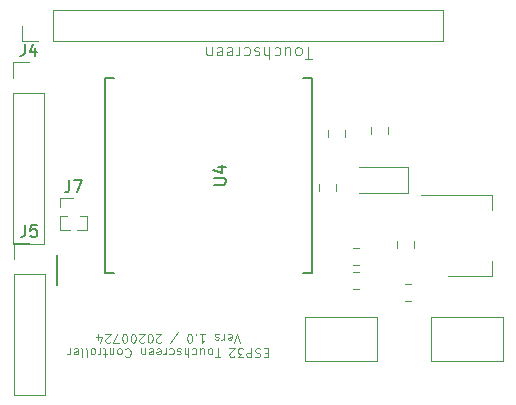
<source format=gbr>
%TF.GenerationSoftware,KiCad,Pcbnew,(5.1.6)-1*%
%TF.CreationDate,2020-08-27T20:14:33+02:00*%
%TF.ProjectId,ESP32_TFT_Board,45535033-325f-4544-9654-5f426f617264,rev?*%
%TF.SameCoordinates,Original*%
%TF.FileFunction,Legend,Top*%
%TF.FilePolarity,Positive*%
%FSLAX46Y46*%
G04 Gerber Fmt 4.6, Leading zero omitted, Abs format (unit mm)*
G04 Created by KiCad (PCBNEW (5.1.6)-1) date 2020-08-27 20:14:33*
%MOMM*%
%LPD*%
G01*
G04 APERTURE LIST*
%ADD10C,0.100000*%
%ADD11C,0.120000*%
%ADD12C,0.150000*%
%ADD13C,0.127000*%
G04 APERTURE END LIST*
D10*
X113616809Y-62650619D02*
X113045380Y-62650619D01*
X113331095Y-61650619D02*
X113331095Y-62650619D01*
X112569190Y-61650619D02*
X112664428Y-61698238D01*
X112712047Y-61745857D01*
X112759666Y-61841095D01*
X112759666Y-62126809D01*
X112712047Y-62222047D01*
X112664428Y-62269666D01*
X112569190Y-62317285D01*
X112426333Y-62317285D01*
X112331095Y-62269666D01*
X112283476Y-62222047D01*
X112235857Y-62126809D01*
X112235857Y-61841095D01*
X112283476Y-61745857D01*
X112331095Y-61698238D01*
X112426333Y-61650619D01*
X112569190Y-61650619D01*
X111378714Y-62317285D02*
X111378714Y-61650619D01*
X111807285Y-62317285D02*
X111807285Y-61793476D01*
X111759666Y-61698238D01*
X111664428Y-61650619D01*
X111521571Y-61650619D01*
X111426333Y-61698238D01*
X111378714Y-61745857D01*
X110473952Y-61698238D02*
X110569190Y-61650619D01*
X110759666Y-61650619D01*
X110854904Y-61698238D01*
X110902523Y-61745857D01*
X110950142Y-61841095D01*
X110950142Y-62126809D01*
X110902523Y-62222047D01*
X110854904Y-62269666D01*
X110759666Y-62317285D01*
X110569190Y-62317285D01*
X110473952Y-62269666D01*
X110045380Y-61650619D02*
X110045380Y-62650619D01*
X109616809Y-61650619D02*
X109616809Y-62174428D01*
X109664428Y-62269666D01*
X109759666Y-62317285D01*
X109902523Y-62317285D01*
X109997761Y-62269666D01*
X110045380Y-62222047D01*
X109188238Y-61698238D02*
X109093000Y-61650619D01*
X108902523Y-61650619D01*
X108807285Y-61698238D01*
X108759666Y-61793476D01*
X108759666Y-61841095D01*
X108807285Y-61936333D01*
X108902523Y-61983952D01*
X109045380Y-61983952D01*
X109140619Y-62031571D01*
X109188238Y-62126809D01*
X109188238Y-62174428D01*
X109140619Y-62269666D01*
X109045380Y-62317285D01*
X108902523Y-62317285D01*
X108807285Y-62269666D01*
X107902523Y-61698238D02*
X107997761Y-61650619D01*
X108188238Y-61650619D01*
X108283476Y-61698238D01*
X108331095Y-61745857D01*
X108378714Y-61841095D01*
X108378714Y-62126809D01*
X108331095Y-62222047D01*
X108283476Y-62269666D01*
X108188238Y-62317285D01*
X107997761Y-62317285D01*
X107902523Y-62269666D01*
X107473952Y-61650619D02*
X107473952Y-62317285D01*
X107473952Y-62126809D02*
X107426333Y-62222047D01*
X107378714Y-62269666D01*
X107283476Y-62317285D01*
X107188238Y-62317285D01*
X106473952Y-61698238D02*
X106569190Y-61650619D01*
X106759666Y-61650619D01*
X106854904Y-61698238D01*
X106902523Y-61793476D01*
X106902523Y-62174428D01*
X106854904Y-62269666D01*
X106759666Y-62317285D01*
X106569190Y-62317285D01*
X106473952Y-62269666D01*
X106426333Y-62174428D01*
X106426333Y-62079190D01*
X106902523Y-61983952D01*
X105616809Y-61698238D02*
X105712047Y-61650619D01*
X105902523Y-61650619D01*
X105997761Y-61698238D01*
X106045380Y-61793476D01*
X106045380Y-62174428D01*
X105997761Y-62269666D01*
X105902523Y-62317285D01*
X105712047Y-62317285D01*
X105616809Y-62269666D01*
X105569190Y-62174428D01*
X105569190Y-62079190D01*
X106045380Y-61983952D01*
X105140619Y-62317285D02*
X105140619Y-61650619D01*
X105140619Y-62222047D02*
X105093000Y-62269666D01*
X104997761Y-62317285D01*
X104854904Y-62317285D01*
X104759666Y-62269666D01*
X104712047Y-62174428D01*
X104712047Y-61650619D01*
X109901571Y-87534071D02*
X109651571Y-87534071D01*
X109544428Y-87141214D02*
X109901571Y-87141214D01*
X109901571Y-87891214D01*
X109544428Y-87891214D01*
X109258714Y-87176928D02*
X109151571Y-87141214D01*
X108973000Y-87141214D01*
X108901571Y-87176928D01*
X108865857Y-87212642D01*
X108830142Y-87284071D01*
X108830142Y-87355500D01*
X108865857Y-87426928D01*
X108901571Y-87462642D01*
X108973000Y-87498357D01*
X109115857Y-87534071D01*
X109187285Y-87569785D01*
X109223000Y-87605500D01*
X109258714Y-87676928D01*
X109258714Y-87748357D01*
X109223000Y-87819785D01*
X109187285Y-87855500D01*
X109115857Y-87891214D01*
X108937285Y-87891214D01*
X108830142Y-87855500D01*
X108508714Y-87141214D02*
X108508714Y-87891214D01*
X108223000Y-87891214D01*
X108151571Y-87855500D01*
X108115857Y-87819785D01*
X108080142Y-87748357D01*
X108080142Y-87641214D01*
X108115857Y-87569785D01*
X108151571Y-87534071D01*
X108223000Y-87498357D01*
X108508714Y-87498357D01*
X107830142Y-87891214D02*
X107365857Y-87891214D01*
X107615857Y-87605500D01*
X107508714Y-87605500D01*
X107437285Y-87569785D01*
X107401571Y-87534071D01*
X107365857Y-87462642D01*
X107365857Y-87284071D01*
X107401571Y-87212642D01*
X107437285Y-87176928D01*
X107508714Y-87141214D01*
X107723000Y-87141214D01*
X107794428Y-87176928D01*
X107830142Y-87212642D01*
X107080142Y-87819785D02*
X107044428Y-87855500D01*
X106973000Y-87891214D01*
X106794428Y-87891214D01*
X106723000Y-87855500D01*
X106687285Y-87819785D01*
X106651571Y-87748357D01*
X106651571Y-87676928D01*
X106687285Y-87569785D01*
X107115857Y-87141214D01*
X106651571Y-87141214D01*
X105865857Y-87891214D02*
X105437285Y-87891214D01*
X105651571Y-87141214D02*
X105651571Y-87891214D01*
X105080142Y-87141214D02*
X105151571Y-87176928D01*
X105187285Y-87212642D01*
X105223000Y-87284071D01*
X105223000Y-87498357D01*
X105187285Y-87569785D01*
X105151571Y-87605500D01*
X105080142Y-87641214D01*
X104973000Y-87641214D01*
X104901571Y-87605500D01*
X104865857Y-87569785D01*
X104830142Y-87498357D01*
X104830142Y-87284071D01*
X104865857Y-87212642D01*
X104901571Y-87176928D01*
X104973000Y-87141214D01*
X105080142Y-87141214D01*
X104187285Y-87641214D02*
X104187285Y-87141214D01*
X104508714Y-87641214D02*
X104508714Y-87248357D01*
X104473000Y-87176928D01*
X104401571Y-87141214D01*
X104294428Y-87141214D01*
X104223000Y-87176928D01*
X104187285Y-87212642D01*
X103508714Y-87176928D02*
X103580142Y-87141214D01*
X103723000Y-87141214D01*
X103794428Y-87176928D01*
X103830142Y-87212642D01*
X103865857Y-87284071D01*
X103865857Y-87498357D01*
X103830142Y-87569785D01*
X103794428Y-87605500D01*
X103723000Y-87641214D01*
X103580142Y-87641214D01*
X103508714Y-87605500D01*
X103187285Y-87141214D02*
X103187285Y-87891214D01*
X102865857Y-87141214D02*
X102865857Y-87534071D01*
X102901571Y-87605500D01*
X102973000Y-87641214D01*
X103080142Y-87641214D01*
X103151571Y-87605500D01*
X103187285Y-87569785D01*
X102544428Y-87176928D02*
X102473000Y-87141214D01*
X102330142Y-87141214D01*
X102258714Y-87176928D01*
X102223000Y-87248357D01*
X102223000Y-87284071D01*
X102258714Y-87355500D01*
X102330142Y-87391214D01*
X102437285Y-87391214D01*
X102508714Y-87426928D01*
X102544428Y-87498357D01*
X102544428Y-87534071D01*
X102508714Y-87605500D01*
X102437285Y-87641214D01*
X102330142Y-87641214D01*
X102258714Y-87605500D01*
X101580142Y-87176928D02*
X101651571Y-87141214D01*
X101794428Y-87141214D01*
X101865857Y-87176928D01*
X101901571Y-87212642D01*
X101937285Y-87284071D01*
X101937285Y-87498357D01*
X101901571Y-87569785D01*
X101865857Y-87605500D01*
X101794428Y-87641214D01*
X101651571Y-87641214D01*
X101580142Y-87605500D01*
X101258714Y-87141214D02*
X101258714Y-87641214D01*
X101258714Y-87498357D02*
X101223000Y-87569785D01*
X101187285Y-87605500D01*
X101115857Y-87641214D01*
X101044428Y-87641214D01*
X100508714Y-87176928D02*
X100580142Y-87141214D01*
X100723000Y-87141214D01*
X100794428Y-87176928D01*
X100830142Y-87248357D01*
X100830142Y-87534071D01*
X100794428Y-87605500D01*
X100723000Y-87641214D01*
X100580142Y-87641214D01*
X100508714Y-87605500D01*
X100473000Y-87534071D01*
X100473000Y-87462642D01*
X100830142Y-87391214D01*
X99865857Y-87176928D02*
X99937285Y-87141214D01*
X100080142Y-87141214D01*
X100151571Y-87176928D01*
X100187285Y-87248357D01*
X100187285Y-87534071D01*
X100151571Y-87605500D01*
X100080142Y-87641214D01*
X99937285Y-87641214D01*
X99865857Y-87605500D01*
X99830142Y-87534071D01*
X99830142Y-87462642D01*
X100187285Y-87391214D01*
X99508714Y-87641214D02*
X99508714Y-87141214D01*
X99508714Y-87569785D02*
X99473000Y-87605500D01*
X99401571Y-87641214D01*
X99294428Y-87641214D01*
X99223000Y-87605500D01*
X99187285Y-87534071D01*
X99187285Y-87141214D01*
X97830142Y-87212642D02*
X97865857Y-87176928D01*
X97973000Y-87141214D01*
X98044428Y-87141214D01*
X98151571Y-87176928D01*
X98223000Y-87248357D01*
X98258714Y-87319785D01*
X98294428Y-87462642D01*
X98294428Y-87569785D01*
X98258714Y-87712642D01*
X98223000Y-87784071D01*
X98151571Y-87855500D01*
X98044428Y-87891214D01*
X97973000Y-87891214D01*
X97865857Y-87855500D01*
X97830142Y-87819785D01*
X97401571Y-87141214D02*
X97473000Y-87176928D01*
X97508714Y-87212642D01*
X97544428Y-87284071D01*
X97544428Y-87498357D01*
X97508714Y-87569785D01*
X97473000Y-87605500D01*
X97401571Y-87641214D01*
X97294428Y-87641214D01*
X97223000Y-87605500D01*
X97187285Y-87569785D01*
X97151571Y-87498357D01*
X97151571Y-87284071D01*
X97187285Y-87212642D01*
X97223000Y-87176928D01*
X97294428Y-87141214D01*
X97401571Y-87141214D01*
X96830142Y-87641214D02*
X96830142Y-87141214D01*
X96830142Y-87569785D02*
X96794428Y-87605500D01*
X96723000Y-87641214D01*
X96615857Y-87641214D01*
X96544428Y-87605500D01*
X96508714Y-87534071D01*
X96508714Y-87141214D01*
X96258714Y-87641214D02*
X95973000Y-87641214D01*
X96151571Y-87891214D02*
X96151571Y-87248357D01*
X96115857Y-87176928D01*
X96044428Y-87141214D01*
X95973000Y-87141214D01*
X95723000Y-87141214D02*
X95723000Y-87641214D01*
X95723000Y-87498357D02*
X95687285Y-87569785D01*
X95651571Y-87605500D01*
X95580142Y-87641214D01*
X95508714Y-87641214D01*
X95151571Y-87141214D02*
X95223000Y-87176928D01*
X95258714Y-87212642D01*
X95294428Y-87284071D01*
X95294428Y-87498357D01*
X95258714Y-87569785D01*
X95223000Y-87605500D01*
X95151571Y-87641214D01*
X95044428Y-87641214D01*
X94973000Y-87605500D01*
X94937285Y-87569785D01*
X94901571Y-87498357D01*
X94901571Y-87284071D01*
X94937285Y-87212642D01*
X94973000Y-87176928D01*
X95044428Y-87141214D01*
X95151571Y-87141214D01*
X94473000Y-87141214D02*
X94544428Y-87176928D01*
X94580142Y-87248357D01*
X94580142Y-87891214D01*
X94080142Y-87141214D02*
X94151571Y-87176928D01*
X94187285Y-87248357D01*
X94187285Y-87891214D01*
X93508714Y-87176928D02*
X93580142Y-87141214D01*
X93723000Y-87141214D01*
X93794428Y-87176928D01*
X93830142Y-87248357D01*
X93830142Y-87534071D01*
X93794428Y-87605500D01*
X93723000Y-87641214D01*
X93580142Y-87641214D01*
X93508714Y-87605500D01*
X93473000Y-87534071D01*
X93473000Y-87462642D01*
X93830142Y-87391214D01*
X93151571Y-87141214D02*
X93151571Y-87641214D01*
X93151571Y-87498357D02*
X93115857Y-87569785D01*
X93080142Y-87605500D01*
X93008714Y-87641214D01*
X92937285Y-87641214D01*
X107580142Y-86666214D02*
X107330142Y-85916214D01*
X107080142Y-86666214D01*
X106544428Y-85951928D02*
X106615857Y-85916214D01*
X106758714Y-85916214D01*
X106830142Y-85951928D01*
X106865857Y-86023357D01*
X106865857Y-86309071D01*
X106830142Y-86380500D01*
X106758714Y-86416214D01*
X106615857Y-86416214D01*
X106544428Y-86380500D01*
X106508714Y-86309071D01*
X106508714Y-86237642D01*
X106865857Y-86166214D01*
X106187285Y-85916214D02*
X106187285Y-86416214D01*
X106187285Y-86273357D02*
X106151571Y-86344785D01*
X106115857Y-86380500D01*
X106044428Y-86416214D01*
X105973000Y-86416214D01*
X105758714Y-85951928D02*
X105687285Y-85916214D01*
X105544428Y-85916214D01*
X105473000Y-85951928D01*
X105437285Y-86023357D01*
X105437285Y-86059071D01*
X105473000Y-86130500D01*
X105544428Y-86166214D01*
X105651571Y-86166214D01*
X105723000Y-86201928D01*
X105758714Y-86273357D01*
X105758714Y-86309071D01*
X105723000Y-86380500D01*
X105651571Y-86416214D01*
X105544428Y-86416214D01*
X105473000Y-86380500D01*
X104151571Y-85916214D02*
X104580142Y-85916214D01*
X104365857Y-85916214D02*
X104365857Y-86666214D01*
X104437285Y-86559071D01*
X104508714Y-86487642D01*
X104580142Y-86451928D01*
X103830142Y-85987642D02*
X103794428Y-85951928D01*
X103830142Y-85916214D01*
X103865857Y-85951928D01*
X103830142Y-85987642D01*
X103830142Y-85916214D01*
X103330142Y-86666214D02*
X103258714Y-86666214D01*
X103187285Y-86630500D01*
X103151571Y-86594785D01*
X103115857Y-86523357D01*
X103080142Y-86380500D01*
X103080142Y-86201928D01*
X103115857Y-86059071D01*
X103151571Y-85987642D01*
X103187285Y-85951928D01*
X103258714Y-85916214D01*
X103330142Y-85916214D01*
X103401571Y-85951928D01*
X103437285Y-85987642D01*
X103473000Y-86059071D01*
X103508714Y-86201928D01*
X103508714Y-86380500D01*
X103473000Y-86523357D01*
X103437285Y-86594785D01*
X103401571Y-86630500D01*
X103330142Y-86666214D01*
X101651571Y-86701928D02*
X102294428Y-85737642D01*
X100865857Y-86594785D02*
X100830142Y-86630500D01*
X100758714Y-86666214D01*
X100580142Y-86666214D01*
X100508714Y-86630500D01*
X100473000Y-86594785D01*
X100437285Y-86523357D01*
X100437285Y-86451928D01*
X100473000Y-86344785D01*
X100901571Y-85916214D01*
X100437285Y-85916214D01*
X99973000Y-86666214D02*
X99901571Y-86666214D01*
X99830142Y-86630500D01*
X99794428Y-86594785D01*
X99758714Y-86523357D01*
X99723000Y-86380500D01*
X99723000Y-86201928D01*
X99758714Y-86059071D01*
X99794428Y-85987642D01*
X99830142Y-85951928D01*
X99901571Y-85916214D01*
X99973000Y-85916214D01*
X100044428Y-85951928D01*
X100080142Y-85987642D01*
X100115857Y-86059071D01*
X100151571Y-86201928D01*
X100151571Y-86380500D01*
X100115857Y-86523357D01*
X100080142Y-86594785D01*
X100044428Y-86630500D01*
X99973000Y-86666214D01*
X99437285Y-86594785D02*
X99401571Y-86630500D01*
X99330142Y-86666214D01*
X99151571Y-86666214D01*
X99080142Y-86630500D01*
X99044428Y-86594785D01*
X99008714Y-86523357D01*
X99008714Y-86451928D01*
X99044428Y-86344785D01*
X99473000Y-85916214D01*
X99008714Y-85916214D01*
X98544428Y-86666214D02*
X98473000Y-86666214D01*
X98401571Y-86630500D01*
X98365857Y-86594785D01*
X98330142Y-86523357D01*
X98294428Y-86380500D01*
X98294428Y-86201928D01*
X98330142Y-86059071D01*
X98365857Y-85987642D01*
X98401571Y-85951928D01*
X98473000Y-85916214D01*
X98544428Y-85916214D01*
X98615857Y-85951928D01*
X98651571Y-85987642D01*
X98687285Y-86059071D01*
X98723000Y-86201928D01*
X98723000Y-86380500D01*
X98687285Y-86523357D01*
X98651571Y-86594785D01*
X98615857Y-86630500D01*
X98544428Y-86666214D01*
X97830142Y-86666214D02*
X97758714Y-86666214D01*
X97687285Y-86630500D01*
X97651571Y-86594785D01*
X97615857Y-86523357D01*
X97580142Y-86380500D01*
X97580142Y-86201928D01*
X97615857Y-86059071D01*
X97651571Y-85987642D01*
X97687285Y-85951928D01*
X97758714Y-85916214D01*
X97830142Y-85916214D01*
X97901571Y-85951928D01*
X97937285Y-85987642D01*
X97973000Y-86059071D01*
X98008714Y-86201928D01*
X98008714Y-86380500D01*
X97973000Y-86523357D01*
X97937285Y-86594785D01*
X97901571Y-86630500D01*
X97830142Y-86666214D01*
X97330142Y-86666214D02*
X96830142Y-86666214D01*
X97151571Y-85916214D01*
X96580142Y-86594785D02*
X96544428Y-86630500D01*
X96473000Y-86666214D01*
X96294428Y-86666214D01*
X96223000Y-86630500D01*
X96187285Y-86594785D01*
X96151571Y-86523357D01*
X96151571Y-86451928D01*
X96187285Y-86344785D01*
X96615857Y-85916214D01*
X96151571Y-85916214D01*
X95508714Y-86416214D02*
X95508714Y-85916214D01*
X95687285Y-86701928D02*
X95865857Y-86166214D01*
X95401571Y-86166214D01*
D11*
%TO.C,J7*%
X92336600Y-77123600D02*
X93139070Y-77123600D01*
X93754130Y-77123600D02*
X94556600Y-77123600D01*
X92336600Y-75918600D02*
X92336600Y-77123600D01*
X94556600Y-75918600D02*
X94556600Y-77123600D01*
X92336600Y-75918600D02*
X92883129Y-75918600D01*
X94010071Y-75918600D02*
X94556600Y-75918600D01*
X92336600Y-75158600D02*
X92336600Y-74398600D01*
X92336600Y-74398600D02*
X93446600Y-74398600D01*
%TO.C,J5*%
X88385340Y-91063120D02*
X91045340Y-91063120D01*
X88385340Y-80843120D02*
X88385340Y-91063120D01*
X91045340Y-80843120D02*
X91045340Y-91063120D01*
X88385340Y-80843120D02*
X91045340Y-80843120D01*
X88385340Y-79573120D02*
X88385340Y-78243120D01*
X88385340Y-78243120D02*
X89715340Y-78243120D01*
%TO.C,J4*%
X88332000Y-78292000D02*
X90992000Y-78292000D01*
X88332000Y-65532000D02*
X88332000Y-78292000D01*
X90992000Y-65532000D02*
X90992000Y-78292000D01*
X88332000Y-65532000D02*
X90992000Y-65532000D01*
X88332000Y-64262000D02*
X88332000Y-62932000D01*
X88332000Y-62932000D02*
X89662000Y-62932000D01*
%TO.C,R6*%
X114987000Y-69222252D02*
X114987000Y-68699748D01*
X116407000Y-69222252D02*
X116407000Y-68699748D01*
%TO.C,SW2*%
X123686000Y-88210000D02*
X123686000Y-84510000D01*
X129806000Y-88210000D02*
X123686000Y-88210000D01*
X129806000Y-84510000D02*
X129806000Y-88210000D01*
X123686000Y-84510000D02*
X129806000Y-84510000D01*
%TO.C,SW1*%
X113018000Y-84510000D02*
X119138000Y-84510000D01*
X119138000Y-84510000D02*
X119138000Y-88210000D01*
X119138000Y-88210000D02*
X113018000Y-88210000D01*
X113018000Y-88210000D02*
X113018000Y-84510000D01*
D12*
%TO.C,U4*%
X113652000Y-80767000D02*
X112902000Y-80767000D01*
X113652000Y-64267000D02*
X113652000Y-80767000D01*
X112902000Y-64267000D02*
X113652000Y-64267000D01*
X96152000Y-80767000D02*
X96902000Y-80767000D01*
X96152000Y-64267000D02*
X96152000Y-80767000D01*
X96902000Y-64267000D02*
X96152000Y-64267000D01*
D11*
%TO.C,U1*%
X128910000Y-81007000D02*
X128910000Y-79747000D01*
X128910000Y-74187000D02*
X128910000Y-75447000D01*
X125150000Y-81007000D02*
X128910000Y-81007000D01*
X122900000Y-74187000D02*
X128910000Y-74187000D01*
%TO.C,R10*%
X118670000Y-68968252D02*
X118670000Y-68445748D01*
X120090000Y-68968252D02*
X120090000Y-68445748D01*
%TO.C,R8*%
X114225000Y-73794252D02*
X114225000Y-73271748D01*
X115645000Y-73794252D02*
X115645000Y-73271748D01*
%TO.C,R7*%
X117600252Y-82117000D02*
X117077748Y-82117000D01*
X117600252Y-80697000D02*
X117077748Y-80697000D01*
%TO.C,R5*%
X117086748Y-78665000D02*
X117609252Y-78665000D01*
X117086748Y-80085000D02*
X117609252Y-80085000D01*
%TO.C,J3*%
X89094000Y-61147000D02*
X89094000Y-59817000D01*
X90424000Y-61147000D02*
X89094000Y-61147000D01*
X91694000Y-61147000D02*
X91694000Y-58487000D01*
X91694000Y-58487000D02*
X124774000Y-58487000D01*
X91694000Y-61147000D02*
X124774000Y-61147000D01*
X124774000Y-61147000D02*
X124774000Y-58487000D01*
D13*
%TO.C,J2*%
X92045000Y-79218000D02*
X92045000Y-81818000D01*
D11*
%TO.C,D2*%
X117653000Y-73983000D02*
X121738000Y-73983000D01*
X121738000Y-73983000D02*
X121738000Y-71813000D01*
X121738000Y-71813000D02*
X117653000Y-71813000D01*
%TO.C,C4*%
X120829000Y-78620252D02*
X120829000Y-78097748D01*
X122249000Y-78620252D02*
X122249000Y-78097748D01*
%TO.C,C1*%
X122054252Y-83133000D02*
X121531748Y-83133000D01*
X122054252Y-81713000D02*
X121531748Y-81713000D01*
%TO.C,J7*%
D12*
X93113266Y-72915980D02*
X93113266Y-73630266D01*
X93065647Y-73773123D01*
X92970409Y-73868361D01*
X92827552Y-73915980D01*
X92732314Y-73915980D01*
X93494219Y-72915980D02*
X94160885Y-72915980D01*
X93732314Y-73915980D01*
%TO.C,J5*%
X89382006Y-76695500D02*
X89382006Y-77409786D01*
X89334387Y-77552643D01*
X89239149Y-77647881D01*
X89096292Y-77695500D01*
X89001054Y-77695500D01*
X90334387Y-76695500D02*
X89858197Y-76695500D01*
X89810578Y-77171691D01*
X89858197Y-77124072D01*
X89953435Y-77076453D01*
X90191530Y-77076453D01*
X90286768Y-77124072D01*
X90334387Y-77171691D01*
X90382006Y-77266929D01*
X90382006Y-77505024D01*
X90334387Y-77600262D01*
X90286768Y-77647881D01*
X90191530Y-77695500D01*
X89953435Y-77695500D01*
X89858197Y-77647881D01*
X89810578Y-77600262D01*
%TO.C,J4*%
X89328666Y-61384380D02*
X89328666Y-62098666D01*
X89281047Y-62241523D01*
X89185809Y-62336761D01*
X89042952Y-62384380D01*
X88947714Y-62384380D01*
X90233428Y-61717714D02*
X90233428Y-62384380D01*
X89995333Y-61336761D02*
X89757238Y-62051047D01*
X90376285Y-62051047D01*
%TO.C,U4*%
X105354380Y-73278904D02*
X106163904Y-73278904D01*
X106259142Y-73231285D01*
X106306761Y-73183666D01*
X106354380Y-73088428D01*
X106354380Y-72897952D01*
X106306761Y-72802714D01*
X106259142Y-72755095D01*
X106163904Y-72707476D01*
X105354380Y-72707476D01*
X105687714Y-71802714D02*
X106354380Y-71802714D01*
X105306761Y-72040809D02*
X106021047Y-72278904D01*
X106021047Y-71659857D01*
%TD*%
M02*

</source>
